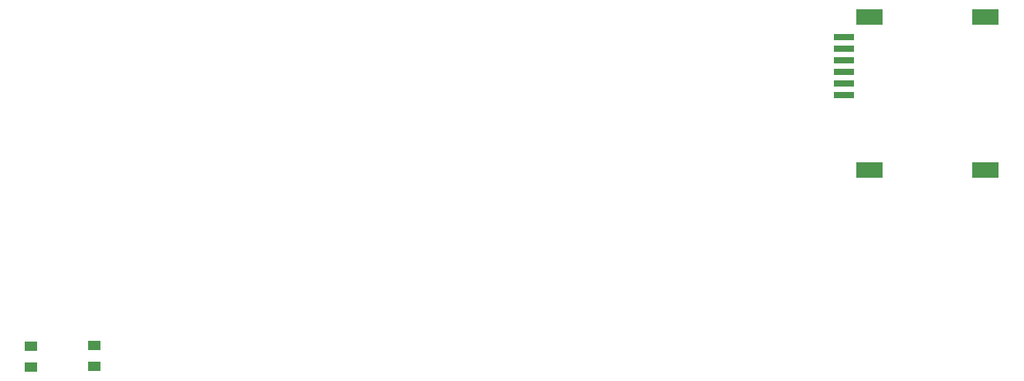
<source format=gbp>
G04*
G04 #@! TF.GenerationSoftware,Altium Limited,Altium Designer,18.1.6 (161)*
G04*
G04 Layer_Color=128*
%FSTAX24Y24*%
%MOIN*%
G70*
G01*
G75*
%ADD41R,0.0550X0.0394*%
%ADD199R,0.0906X0.0315*%
%ADD200R,0.1181X0.0709*%
D41*
X01626Y0254D02*
D03*
Y0263D02*
D03*
X01351Y02535D02*
D03*
Y02625D02*
D03*
D199*
X0486Y037095D02*
D03*
Y037595D02*
D03*
Y038095D02*
D03*
Y038595D02*
D03*
Y039095D02*
D03*
Y039595D02*
D03*
D200*
X0497Y033845D02*
D03*
Y040445D02*
D03*
X0547Y033845D02*
D03*
Y040445D02*
D03*
M02*

</source>
